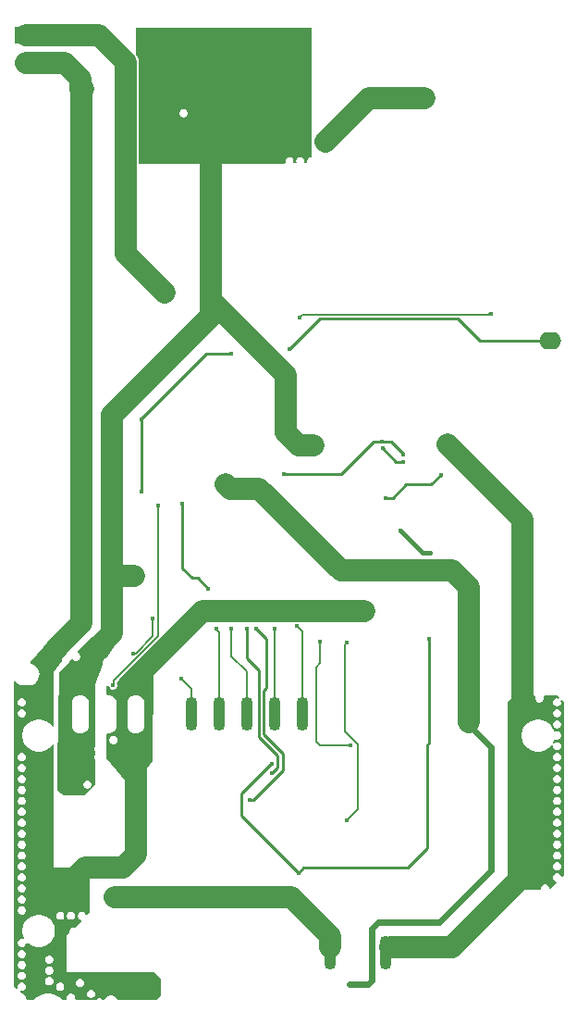
<source format=gbr>
G04*
G04 #@! TF.GenerationSoftware,Altium Limited,Altium Designer,22.4.2 (48)*
G04*
G04 Layer_Physical_Order=2*
G04 Layer_Color=36540*
%FSLAX25Y25*%
%MOIN*%
G70*
G04*
G04 #@! TF.SameCoordinates,F1429C7B-AB02-4E32-93F6-432C4BA2DB55*
G04*
G04*
G04 #@! TF.FilePolarity,Positive*
G04*
G01*
G75*
%ADD10C,0.00787*%
%ADD13C,0.05000*%
%ADD50C,0.00984*%
%ADD51C,0.07874*%
%ADD53C,0.01575*%
%ADD54C,0.02362*%
G04:AMPARAMS|DCode=58|XSize=43.31mil|YSize=122.05mil|CornerRadius=21.65mil|HoleSize=0mil|Usage=FLASHONLY|Rotation=0.000|XOffset=0mil|YOffset=0mil|HoleType=Round|Shape=RoundedRectangle|*
%AMROUNDEDRECTD58*
21,1,0.04331,0.07874,0,0,0.0*
21,1,0.00000,0.12205,0,0,0.0*
1,1,0.04331,0.00000,-0.03937*
1,1,0.04331,0.00000,-0.03937*
1,1,0.04331,0.00000,0.03937*
1,1,0.04331,0.00000,0.03937*
%
%ADD58ROUNDEDRECTD58*%
%ADD61O,0.07874X0.06299*%
%ADD62R,0.07874X0.06299*%
%ADD65C,0.01772*%
G36*
X108500Y322342D02*
X107974D01*
X107431Y322118D01*
X107016Y321702D01*
X106791Y321160D01*
Y320572D01*
X106821Y320502D01*
X106559Y320109D01*
X106040D01*
X105778Y320502D01*
X105807Y320572D01*
Y321160D01*
X105582Y321702D01*
X105167Y322118D01*
X104624Y322342D01*
X104037D01*
X103494Y322118D01*
X103079Y321702D01*
X102854Y321160D01*
Y320572D01*
X102884Y320502D01*
X102622Y320109D01*
X102103D01*
X101841Y320502D01*
X101870Y320572D01*
Y321160D01*
X101645Y321702D01*
X101230Y322118D01*
X100687Y322342D01*
X100100D01*
X99557Y322118D01*
X99142Y321702D01*
X98917Y321160D01*
Y320572D01*
X98947Y320500D01*
X98613Y320000D01*
X46039D01*
Y356527D01*
X46039Y356528D01*
X45884Y357710D01*
X45427Y358811D01*
X45000Y359368D01*
Y369000D01*
X108500D01*
Y322342D01*
D02*
G37*
G36*
X37200Y145900D02*
X34535Y142010D01*
X34172D01*
X33630Y141786D01*
X33215Y141370D01*
X32990Y140828D01*
Y140240D01*
X33206Y139717D01*
X30500Y132500D01*
Y110344D01*
X30244Y110088D01*
X30020Y109546D01*
Y108958D01*
X30244Y108416D01*
X30500Y108160D01*
Y107391D01*
X30244Y107135D01*
X30020Y106593D01*
Y106006D01*
X30244Y105463D01*
X30500Y105207D01*
Y96500D01*
X26500Y92500D01*
X19000D01*
X16704Y94337D01*
Y103180D01*
X17500Y137000D01*
X19945Y139658D01*
X19995D01*
X20537Y139883D01*
X20953Y140298D01*
X21177Y140841D01*
Y140997D01*
X21761Y141632D01*
X22364Y141548D01*
X22664Y141248D01*
X23206Y141024D01*
X23794D01*
X24336Y141248D01*
X24752Y141664D01*
X24976Y142206D01*
Y142794D01*
X24752Y143336D01*
X24336Y143752D01*
X24287Y143772D01*
X24179Y144260D01*
X29000Y149500D01*
X34500D01*
X37200Y145900D01*
D02*
G37*
G36*
X20000Y143500D02*
X19375Y142597D01*
X18865Y142386D01*
X18449Y141971D01*
X18225Y141428D01*
Y140936D01*
X15500Y137000D01*
Y117214D01*
X15000Y117062D01*
X14544Y117745D01*
X13729Y118560D01*
X12771Y119200D01*
X11706Y119641D01*
X10576Y119866D01*
X9424D01*
X8294Y119641D01*
X7229Y119200D01*
X6271Y118560D01*
X5456Y117745D01*
X4816Y116787D01*
X4375Y115722D01*
X4150Y114592D01*
Y113440D01*
X4375Y112309D01*
X4816Y111245D01*
X5456Y110287D01*
X6271Y109472D01*
X7229Y108832D01*
X8294Y108391D01*
X9424Y108166D01*
X10576D01*
X11706Y108391D01*
X12771Y108832D01*
X13729Y109472D01*
X14544Y110287D01*
X15000Y110969D01*
X15500Y110817D01*
Y66500D01*
X28500D01*
Y50500D01*
X27529Y49529D01*
X26989Y49696D01*
X26842Y50049D01*
X26427Y50464D01*
X25884Y50689D01*
X25297D01*
X24754Y50464D01*
X24339Y50049D01*
X24114Y49506D01*
Y48919D01*
X24339Y48376D01*
X24754Y47961D01*
X25107Y47815D01*
X25274Y47274D01*
X22923Y44923D01*
X22794Y44976D01*
X22206D01*
X21664Y44752D01*
X21248Y44336D01*
X21024Y43794D01*
Y43206D01*
X21077Y43077D01*
X20000Y42000D01*
Y29000D01*
X23888D01*
X24213Y28865D01*
X25000Y28762D01*
X25787Y28865D01*
X26112Y29000D01*
X31477D01*
X33888D01*
X34213Y28865D01*
X35000Y28762D01*
X35787Y28865D01*
X36112Y29000D01*
X43888D01*
X44213Y28865D01*
X45000Y28762D01*
X45787Y28865D01*
X46112Y29000D01*
X51500D01*
X51500Y29000D01*
X54000Y26500D01*
Y20500D01*
X52500Y19000D01*
X38378D01*
X38048Y19571D01*
X37571Y20048D01*
X36988Y20385D01*
X36337Y20559D01*
X35663D01*
X35012Y20385D01*
X34429Y20048D01*
X33952Y19571D01*
X33622Y19000D01*
X32915D01*
X32640Y19275D01*
X32097Y19500D01*
X31510D01*
X30967Y19275D01*
X30692Y19000D01*
X23391D01*
X23130Y19391D01*
Y19979D01*
X22905Y20521D01*
X22490Y20937D01*
X21947Y21161D01*
X21360D01*
X20817Y20937D01*
X20402Y20521D01*
X20177Y19979D01*
Y19391D01*
X19916Y19000D01*
X18554D01*
X18069Y19486D01*
X16865Y20290D01*
X15529Y20843D01*
X14109Y21126D01*
X12662D01*
X11243Y20843D01*
X9906Y20290D01*
X8703Y19486D01*
X8217Y19000D01*
X6000D01*
X5413Y19587D01*
Y19979D01*
X5189Y20521D01*
X4773Y20937D01*
X4231Y21161D01*
X3839D01*
X3220Y21780D01*
X3503Y22204D01*
X3643Y22146D01*
X4231D01*
X4773Y22370D01*
X5189Y22786D01*
X5413Y23328D01*
Y23916D01*
X5189Y24458D01*
X4773Y24874D01*
X4231Y25098D01*
X3643D01*
X3101Y24874D01*
X2685Y24458D01*
X2461Y23916D01*
Y23328D01*
X2519Y23189D01*
X2095Y22905D01*
X1000Y24000D01*
Y50500D01*
Y52000D01*
Y133604D01*
X1500Y133774D01*
X1872Y133289D01*
X2707Y132648D01*
X3680Y132245D01*
X4724Y132108D01*
X6299D01*
X7343Y132245D01*
X8316Y132648D01*
X9152Y133289D01*
X9793Y134125D01*
X10196Y135098D01*
X10333Y136142D01*
X10196Y137186D01*
X9793Y138159D01*
X9152Y138994D01*
X8316Y139635D01*
X7343Y140038D01*
X7145Y140064D01*
X6970Y140533D01*
X14000Y148500D01*
X20000Y143500D01*
D02*
G37*
G36*
X51513Y138348D02*
X51000Y105000D01*
X43743Y95324D01*
X43243Y95314D01*
X34500Y106000D01*
Y114448D01*
X34876Y114778D01*
X35000Y114762D01*
X35787Y114865D01*
X36521Y115169D01*
X37151Y115653D01*
X37634Y116282D01*
X37938Y117016D01*
X38041Y117803D01*
Y125677D01*
X37938Y126464D01*
X37634Y127198D01*
X37151Y127828D01*
X36521Y128311D01*
X35787Y128615D01*
X35000Y128718D01*
X34876Y128702D01*
X34500Y129032D01*
Y131794D01*
X35123Y132051D01*
X35358Y131893D01*
X35583Y131350D01*
X35998Y130935D01*
X36541Y130710D01*
X37128D01*
X37671Y130935D01*
X38086Y131350D01*
X38311Y131893D01*
Y132480D01*
X38185Y132784D01*
X38359Y133343D01*
X38412Y133405D01*
X51100Y138629D01*
X51513Y138348D01*
D02*
G37*
G36*
X197749Y127751D02*
X197465Y127328D01*
X197144Y127461D01*
X196557D01*
X196014Y127236D01*
X195599Y126821D01*
X195374Y126278D01*
Y125691D01*
X195599Y125148D01*
X196014Y124733D01*
X196557Y124508D01*
X197144D01*
X197687Y124733D01*
X198102Y125148D01*
X198327Y125691D01*
Y126278D01*
X198194Y126599D01*
X198617Y126883D01*
X199222Y126278D01*
Y63722D01*
X198789Y63289D01*
X198254Y63461D01*
X198102Y63828D01*
X197687Y64244D01*
X197144Y64468D01*
X196557D01*
X196014Y64244D01*
X195599Y63828D01*
X195374Y63286D01*
Y62699D01*
X195599Y62156D01*
X196014Y61740D01*
X196381Y61588D01*
X196554Y61054D01*
X194476Y58976D01*
X193976Y59184D01*
Y59294D01*
X193752Y59836D01*
X193336Y60252D01*
X192794Y60476D01*
X192206D01*
X191664Y60252D01*
X191248Y59836D01*
X191024Y59294D01*
Y58706D01*
X190886Y58500D01*
X179000D01*
Y62000D01*
Y66500D01*
Y126000D01*
X181500Y128500D01*
X188775D01*
X189109Y128000D01*
X189024Y127794D01*
Y127206D01*
X189248Y126664D01*
X189664Y126248D01*
X190206Y126024D01*
X190794D01*
X191336Y126248D01*
X191752Y126664D01*
X191976Y127206D01*
Y127794D01*
X191891Y128000D01*
X192225Y128500D01*
X197000D01*
X197749Y127751D01*
D02*
G37*
%LPC*%
G36*
X62498Y339665D02*
X61911D01*
X61368Y339441D01*
X60953Y339025D01*
X60728Y338483D01*
Y337895D01*
X60953Y337353D01*
X61368Y336937D01*
X61911Y336713D01*
X62498D01*
X63041Y336937D01*
X63456Y337353D01*
X63681Y337895D01*
Y338483D01*
X63456Y339025D01*
X63041Y339441D01*
X62498Y339665D01*
D02*
G37*
G36*
X25000Y128718D02*
X24213Y128615D01*
X23479Y128311D01*
X22849Y127828D01*
X22366Y127198D01*
X22062Y126464D01*
X21959Y125677D01*
Y117803D01*
X22062Y117016D01*
X22366Y116282D01*
X22849Y115653D01*
X23479Y115169D01*
X24213Y114865D01*
X25000Y114762D01*
X25787Y114865D01*
X26521Y115169D01*
X27151Y115653D01*
X27634Y116282D01*
X27938Y117016D01*
X28041Y117803D01*
Y125677D01*
X27938Y126464D01*
X27634Y127198D01*
X27151Y127828D01*
X26521Y128311D01*
X25787Y128615D01*
X25000Y128718D01*
D02*
G37*
G36*
X27853Y97933D02*
X27265D01*
X26723Y97708D01*
X26307Y97293D01*
X26083Y96750D01*
Y96163D01*
X26307Y95620D01*
X26723Y95205D01*
X27265Y94980D01*
X27853D01*
X28395Y95205D01*
X28811Y95620D01*
X29035Y96163D01*
Y96750D01*
X28811Y97293D01*
X28395Y97708D01*
X27853Y97933D01*
D02*
G37*
G36*
X4231Y127461D02*
X3643D01*
X3101Y127236D01*
X2685Y126821D01*
X2461Y126278D01*
Y125691D01*
X2685Y125148D01*
X3101Y124733D01*
X3643Y124508D01*
X4231D01*
X4773Y124733D01*
X5189Y125148D01*
X5413Y125691D01*
Y126278D01*
X5189Y126821D01*
X4773Y127236D01*
X4231Y127461D01*
D02*
G37*
G36*
Y123524D02*
X3643D01*
X3101Y123299D01*
X2685Y122883D01*
X2461Y122341D01*
Y121754D01*
X2685Y121211D01*
X3101Y120796D01*
X3643Y120571D01*
X4231D01*
X4773Y120796D01*
X5189Y121211D01*
X5413Y121754D01*
Y122341D01*
X5189Y122883D01*
X4773Y123299D01*
X4231Y123524D01*
D02*
G37*
G36*
Y107776D02*
X3643D01*
X3101Y107551D01*
X2685Y107135D01*
X2461Y106593D01*
Y106006D01*
X2685Y105463D01*
X3101Y105048D01*
X3643Y104823D01*
X4231D01*
X4773Y105048D01*
X5189Y105463D01*
X5413Y106006D01*
Y106593D01*
X5189Y107135D01*
X4773Y107551D01*
X4231Y107776D01*
D02*
G37*
G36*
Y103839D02*
X3643D01*
X3101Y103614D01*
X2685Y103199D01*
X2461Y102656D01*
Y102068D01*
X2685Y101526D01*
X3101Y101111D01*
X3643Y100886D01*
X4231D01*
X4773Y101111D01*
X5189Y101526D01*
X5413Y102068D01*
Y102656D01*
X5189Y103199D01*
X4773Y103614D01*
X4231Y103839D01*
D02*
G37*
G36*
Y99902D02*
X3643D01*
X3101Y99677D01*
X2685Y99261D01*
X2461Y98719D01*
Y98132D01*
X2685Y97589D01*
X3101Y97174D01*
X3643Y96949D01*
X4231D01*
X4773Y97174D01*
X5189Y97589D01*
X5413Y98132D01*
Y98719D01*
X5189Y99261D01*
X4773Y99677D01*
X4231Y99902D01*
D02*
G37*
G36*
Y95965D02*
X3643D01*
X3101Y95740D01*
X2685Y95324D01*
X2461Y94782D01*
Y94195D01*
X2685Y93652D01*
X3101Y93237D01*
X3643Y93012D01*
X4231D01*
X4773Y93237D01*
X5189Y93652D01*
X5413Y94195D01*
Y94782D01*
X5189Y95324D01*
X4773Y95740D01*
X4231Y95965D01*
D02*
G37*
G36*
Y92027D02*
X3643D01*
X3101Y91803D01*
X2685Y91387D01*
X2461Y90845D01*
Y90258D01*
X2685Y89715D01*
X3101Y89300D01*
X3643Y89075D01*
X4231D01*
X4773Y89300D01*
X5189Y89715D01*
X5413Y90258D01*
Y90845D01*
X5189Y91387D01*
X4773Y91803D01*
X4231Y92027D01*
D02*
G37*
G36*
Y88090D02*
X3643D01*
X3101Y87866D01*
X2685Y87450D01*
X2461Y86908D01*
Y86321D01*
X2685Y85778D01*
X3101Y85363D01*
X3643Y85138D01*
X4231D01*
X4773Y85363D01*
X5189Y85778D01*
X5413Y86321D01*
Y86908D01*
X5189Y87450D01*
X4773Y87866D01*
X4231Y88090D01*
D02*
G37*
G36*
Y84153D02*
X3643D01*
X3101Y83929D01*
X2685Y83513D01*
X2461Y82971D01*
Y82384D01*
X2685Y81841D01*
X3101Y81426D01*
X3643Y81201D01*
X4231D01*
X4773Y81426D01*
X5189Y81841D01*
X5413Y82384D01*
Y82971D01*
X5189Y83513D01*
X4773Y83929D01*
X4231Y84153D01*
D02*
G37*
G36*
Y80216D02*
X3643D01*
X3101Y79992D01*
X2685Y79576D01*
X2461Y79034D01*
Y78447D01*
X2685Y77904D01*
X3101Y77489D01*
X3643Y77264D01*
X4231D01*
X4773Y77489D01*
X5189Y77904D01*
X5413Y78447D01*
Y79034D01*
X5189Y79576D01*
X4773Y79992D01*
X4231Y80216D01*
D02*
G37*
G36*
Y76279D02*
X3643D01*
X3101Y76055D01*
X2685Y75639D01*
X2461Y75097D01*
Y74510D01*
X2685Y73967D01*
X3101Y73551D01*
X3643Y73327D01*
X4231D01*
X4773Y73551D01*
X5189Y73967D01*
X5413Y74510D01*
Y75097D01*
X5189Y75639D01*
X4773Y76055D01*
X4231Y76279D01*
D02*
G37*
G36*
Y72342D02*
X3643D01*
X3101Y72118D01*
X2685Y71702D01*
X2461Y71160D01*
Y70573D01*
X2685Y70030D01*
X3101Y69614D01*
X3643Y69390D01*
X4231D01*
X4773Y69614D01*
X5189Y70030D01*
X5413Y70573D01*
Y71160D01*
X5189Y71702D01*
X4773Y72118D01*
X4231Y72342D01*
D02*
G37*
G36*
Y68405D02*
X3643D01*
X3101Y68181D01*
X2685Y67765D01*
X2461Y67223D01*
Y66636D01*
X2685Y66093D01*
X3101Y65677D01*
X3643Y65453D01*
X4231D01*
X4773Y65677D01*
X5189Y66093D01*
X5413Y66636D01*
Y67223D01*
X5189Y67765D01*
X4773Y68181D01*
X4231Y68405D01*
D02*
G37*
G36*
Y64468D02*
X3643D01*
X3101Y64244D01*
X2685Y63828D01*
X2461Y63286D01*
Y62699D01*
X2685Y62156D01*
X3101Y61740D01*
X3643Y61516D01*
X4231D01*
X4773Y61740D01*
X5189Y62156D01*
X5413Y62699D01*
Y63286D01*
X5189Y63828D01*
X4773Y64244D01*
X4231Y64468D01*
D02*
G37*
G36*
Y60532D02*
X3643D01*
X3101Y60307D01*
X2685Y59891D01*
X2461Y59349D01*
Y58762D01*
X2685Y58219D01*
X3101Y57803D01*
X3643Y57579D01*
X4231D01*
X4773Y57803D01*
X5189Y58219D01*
X5413Y58762D01*
Y59349D01*
X5189Y59891D01*
X4773Y60307D01*
X4231Y60532D01*
D02*
G37*
G36*
X21000Y59990D02*
Y57000D01*
X23990D01*
X23762Y57851D01*
X23301Y58649D01*
X22649Y59301D01*
X21851Y59762D01*
X21000Y59990D01*
D02*
G37*
G36*
X20000D02*
X19149Y59762D01*
X18351Y59301D01*
X17699Y58649D01*
X17239Y57851D01*
X17010Y57000D01*
X20000D01*
Y59990D01*
D02*
G37*
G36*
X4231Y56595D02*
X3643D01*
X3101Y56370D01*
X2685Y55954D01*
X2461Y55412D01*
Y54824D01*
X2685Y54282D01*
X3101Y53866D01*
X3643Y53642D01*
X4231D01*
X4773Y53866D01*
X5189Y54282D01*
X5413Y54824D01*
Y55412D01*
X5189Y55954D01*
X4773Y56370D01*
X4231Y56595D01*
D02*
G37*
G36*
X23990Y56000D02*
X21000D01*
Y53010D01*
X21851Y53238D01*
X22649Y53699D01*
X23301Y54351D01*
X23762Y55149D01*
X23990Y56000D01*
D02*
G37*
G36*
X20000D02*
X17010D01*
X17239Y55149D01*
X17699Y54351D01*
X18351Y53699D01*
X19149Y53238D01*
X20000Y53010D01*
Y56000D01*
D02*
G37*
G36*
X4231Y52658D02*
X3643D01*
X3101Y52433D01*
X2685Y52017D01*
X2461Y51475D01*
Y50887D01*
X2685Y50345D01*
X3101Y49929D01*
X3643Y49705D01*
X4231D01*
X4773Y49929D01*
X5189Y50345D01*
X5413Y50887D01*
Y50887D01*
Y51475D01*
X5189Y52017D01*
X4773Y52433D01*
X4231Y52658D01*
D02*
G37*
G36*
X21947Y50689D02*
X21360D01*
X20817Y50464D01*
X20402Y50049D01*
X20177Y49506D01*
Y48919D01*
X20402Y48376D01*
X20817Y47961D01*
X21360Y47736D01*
X21947D01*
X22490Y47961D01*
X22905Y48376D01*
X23130Y48919D01*
Y49506D01*
X22905Y50049D01*
X22490Y50464D01*
X21947Y50689D01*
D02*
G37*
G36*
X18010D02*
X17423D01*
X16880Y50464D01*
X16465Y50049D01*
X16240Y49506D01*
Y48919D01*
X16465Y48376D01*
X16880Y47961D01*
X17423Y47736D01*
X18010D01*
X18553Y47961D01*
X18968Y48376D01*
X19193Y48919D01*
Y49506D01*
X18968Y50049D01*
X18553Y50464D01*
X18010Y50689D01*
D02*
G37*
G36*
X10576Y49590D02*
X9424D01*
X8294Y49365D01*
X7229Y48924D01*
X6271Y48284D01*
X5456Y47469D01*
X4816Y46511D01*
X4375Y45447D01*
X4150Y44316D01*
Y43164D01*
X4375Y42034D01*
X4728Y41182D01*
X4345Y40799D01*
X4231Y40846D01*
X3643D01*
X3101Y40622D01*
X2685Y40206D01*
X2461Y39664D01*
Y39076D01*
X2685Y38534D01*
X3101Y38118D01*
X3643Y37894D01*
X4231D01*
X4773Y38118D01*
X5189Y38534D01*
X5413Y39076D01*
Y39347D01*
X5913Y39554D01*
X6271Y39196D01*
X7229Y38556D01*
X8294Y38115D01*
X9424Y37890D01*
X10576D01*
X11706Y38115D01*
X12771Y38556D01*
X13729Y39196D01*
X14544Y40011D01*
X15184Y40969D01*
X15625Y42034D01*
X15850Y43164D01*
Y44316D01*
X15625Y45447D01*
X15184Y46511D01*
X14544Y47469D01*
X13729Y48284D01*
X12771Y48924D01*
X11706Y49365D01*
X10576Y49590D01*
D02*
G37*
G36*
X4231Y36909D02*
X3643D01*
X3101Y36685D01*
X2685Y36269D01*
X2461Y35727D01*
Y35139D01*
X2685Y34597D01*
X3101Y34181D01*
X3643Y33957D01*
X4231D01*
X4773Y34181D01*
X5189Y34597D01*
X5413Y35139D01*
Y35727D01*
X5189Y36269D01*
X4773Y36685D01*
X4231Y36909D01*
D02*
G37*
G36*
X14073Y34941D02*
X13486D01*
X12943Y34716D01*
X12528Y34301D01*
X12303Y33758D01*
Y33171D01*
X12528Y32628D01*
X12943Y32213D01*
X13486Y31988D01*
X14073D01*
X14616Y32213D01*
X15031Y32628D01*
X15256Y33171D01*
Y33758D01*
X15031Y34301D01*
X14616Y34716D01*
X14073Y34941D01*
D02*
G37*
G36*
X4231Y32972D02*
X3643D01*
X3101Y32748D01*
X2685Y32332D01*
X2461Y31790D01*
Y31202D01*
X2685Y30660D01*
X3101Y30244D01*
X3643Y30020D01*
X4231D01*
X4773Y30244D01*
X5189Y30660D01*
X5413Y31202D01*
Y31790D01*
X5189Y32332D01*
X4773Y32748D01*
X4231Y32972D01*
D02*
G37*
G36*
X14073Y31004D02*
X13486D01*
X12943Y30779D01*
X12528Y30364D01*
X12303Y29821D01*
Y29234D01*
X12528Y28691D01*
X12943Y28276D01*
X13486Y28051D01*
X14073D01*
X14616Y28276D01*
X15031Y28691D01*
X15256Y29234D01*
Y29821D01*
X15031Y30364D01*
X14616Y30779D01*
X14073Y31004D01*
D02*
G37*
G36*
X4231Y29035D02*
X3643D01*
X3101Y28811D01*
X2685Y28395D01*
X2461Y27853D01*
Y27265D01*
X2685Y26723D01*
X3101Y26307D01*
X3643Y26083D01*
X4231D01*
X4773Y26307D01*
X5189Y26723D01*
X5413Y27265D01*
Y27853D01*
X5189Y28395D01*
X4773Y28811D01*
X4231Y29035D01*
D02*
G37*
G36*
X14073Y27067D02*
X13486D01*
X12943Y26842D01*
X12528Y26427D01*
X12303Y25884D01*
Y25297D01*
X12528Y24754D01*
X12943Y24339D01*
X13486Y24114D01*
X14073D01*
X14616Y24339D01*
X15031Y24754D01*
X15256Y25297D01*
Y25884D01*
X15031Y26427D01*
X14616Y26842D01*
X14073Y27067D01*
D02*
G37*
G36*
X25207Y26390D02*
X24620D01*
X24077Y26165D01*
X23662Y25750D01*
X23437Y25207D01*
Y24620D01*
X23662Y24077D01*
X24077Y23662D01*
X24620Y23437D01*
X25207D01*
X25750Y23662D01*
X26165Y24077D01*
X26390Y24620D01*
Y25207D01*
X26165Y25750D01*
X25750Y26165D01*
X25207Y26390D01*
D02*
G37*
G36*
X18010Y25098D02*
X17423D01*
X16880Y24874D01*
X16465Y24458D01*
X16240Y23916D01*
Y23328D01*
X16465Y22786D01*
X16880Y22370D01*
X17423Y22146D01*
X18010D01*
X18553Y22370D01*
X18968Y22786D01*
X19193Y23328D01*
Y23916D01*
X18968Y24458D01*
X18553Y24874D01*
X18010Y25098D01*
D02*
G37*
G36*
X29144Y22453D02*
X28557D01*
X28014Y22228D01*
X27599Y21813D01*
X27374Y21270D01*
Y20683D01*
X27599Y20140D01*
X28014Y19725D01*
X28557Y19500D01*
X29144D01*
X29687Y19725D01*
X30102Y20140D01*
X30327Y20683D01*
Y21270D01*
X30102Y21813D01*
X29687Y22228D01*
X29144Y22453D01*
D02*
G37*
G36*
X45000Y128718D02*
X44213Y128615D01*
X43479Y128311D01*
X42849Y127828D01*
X42366Y127198D01*
X42062Y126464D01*
X41959Y125677D01*
Y117803D01*
X42062Y117016D01*
X42366Y116282D01*
X42849Y115653D01*
X43479Y115169D01*
X44213Y114865D01*
X45000Y114762D01*
X45787Y114865D01*
X46521Y115169D01*
X47151Y115653D01*
X47634Y116282D01*
X47938Y117016D01*
X48041Y117803D01*
Y125677D01*
X47938Y126464D01*
X47634Y127198D01*
X47151Y127828D01*
X46521Y128311D01*
X45787Y128615D01*
X45000Y128718D01*
D02*
G37*
G36*
X37294Y113976D02*
X36706D01*
X36164Y113752D01*
X35748Y113336D01*
X35524Y112794D01*
Y112206D01*
X35748Y111664D01*
X36164Y111248D01*
X36706Y111024D01*
X37294D01*
X37836Y111248D01*
X38252Y111664D01*
X38476Y112206D01*
Y112794D01*
X38252Y113336D01*
X37836Y113752D01*
X37294Y113976D01*
D02*
G37*
G36*
X197144Y123524D02*
X196557D01*
X196014Y123299D01*
X195599Y122883D01*
X195374Y122341D01*
Y121754D01*
X195599Y121211D01*
X196014Y120796D01*
X196557Y120571D01*
X197144D01*
X197687Y120796D01*
X198102Y121211D01*
X198327Y121754D01*
Y122341D01*
X198102Y122883D01*
X197687Y123299D01*
X197144Y123524D01*
D02*
G37*
G36*
Y119587D02*
X196557D01*
X196014Y119362D01*
X195599Y118947D01*
X195374Y118404D01*
Y117817D01*
X195599Y117274D01*
X196014Y116859D01*
X196557Y116634D01*
X197144D01*
X197687Y116859D01*
X198102Y117274D01*
X198327Y117817D01*
Y118404D01*
X198102Y118947D01*
X197687Y119362D01*
X197144Y119587D01*
D02*
G37*
G36*
X190576Y119866D02*
X189424D01*
X188294Y119641D01*
X187229Y119200D01*
X186271Y118560D01*
X185456Y117745D01*
X184816Y116787D01*
X184375Y115722D01*
X184150Y114592D01*
Y113440D01*
X184375Y112309D01*
X184816Y111245D01*
X185456Y110287D01*
X186271Y109472D01*
X187229Y108832D01*
X188294Y108391D01*
X189424Y108166D01*
X190576D01*
X191706Y108391D01*
X192771Y108832D01*
X193729Y109472D01*
X194544Y110287D01*
X195027Y111010D01*
X195039Y111027D01*
X195482Y110790D01*
X195462Y110742D01*
X195374Y110530D01*
Y109943D01*
X195599Y109400D01*
X196014Y108985D01*
X196557Y108760D01*
X197144D01*
X197687Y108985D01*
X198102Y109400D01*
X198327Y109943D01*
Y110530D01*
X198102Y111073D01*
X197687Y111488D01*
X197144Y111713D01*
X196557D01*
X196014Y111488D01*
X195736Y111209D01*
X195693Y111167D01*
X195269Y111450D01*
X195276Y111467D01*
X195625Y112309D01*
X195683Y112600D01*
X196238Y112829D01*
X196557Y112697D01*
X197144D01*
X197687Y112922D01*
X198102Y113337D01*
X198327Y113880D01*
Y114467D01*
X198102Y115009D01*
X197687Y115425D01*
X197144Y115650D01*
X196557D01*
X196180Y115494D01*
X195631Y115695D01*
X195625Y115722D01*
X195184Y116787D01*
X194544Y117745D01*
X193729Y118560D01*
X192771Y119200D01*
X191706Y119641D01*
X190576Y119866D01*
D02*
G37*
G36*
X197144Y107776D02*
X196557D01*
X196014Y107551D01*
X195599Y107135D01*
X195374Y106593D01*
Y106006D01*
X195599Y105463D01*
X196014Y105048D01*
X196557Y104823D01*
X197144D01*
X197687Y105048D01*
X198102Y105463D01*
X198327Y106006D01*
Y106593D01*
X198102Y107135D01*
X197687Y107551D01*
X197144Y107776D01*
D02*
G37*
G36*
Y103839D02*
X196557D01*
X196014Y103614D01*
X195599Y103199D01*
X195374Y102656D01*
Y102068D01*
X195599Y101526D01*
X196014Y101111D01*
X196557Y100886D01*
X197144D01*
X197687Y101111D01*
X198102Y101526D01*
X198327Y102068D01*
Y102656D01*
X198102Y103199D01*
X197687Y103614D01*
X197144Y103839D01*
D02*
G37*
G36*
Y99902D02*
X196557D01*
X196014Y99677D01*
X195599Y99261D01*
X195374Y98719D01*
Y98132D01*
X195599Y97589D01*
X196014Y97174D01*
X196557Y96949D01*
X197144D01*
X197687Y97174D01*
X198102Y97589D01*
X198327Y98132D01*
Y98719D01*
X198102Y99261D01*
X197687Y99677D01*
X197144Y99902D01*
D02*
G37*
G36*
Y95965D02*
X196557D01*
X196014Y95740D01*
X195599Y95324D01*
X195374Y94782D01*
Y94195D01*
X195599Y93652D01*
X196014Y93237D01*
X196557Y93012D01*
X197144D01*
X197687Y93237D01*
X198102Y93652D01*
X198327Y94195D01*
Y94782D01*
X198102Y95324D01*
X197687Y95740D01*
X197144Y95965D01*
D02*
G37*
G36*
Y92027D02*
X196557D01*
X196014Y91803D01*
X195599Y91387D01*
X195374Y90845D01*
Y90258D01*
X195599Y89715D01*
X196014Y89300D01*
X196557Y89075D01*
X197144D01*
X197687Y89300D01*
X198102Y89715D01*
X198327Y90258D01*
Y90845D01*
X198102Y91387D01*
X197687Y91803D01*
X197144Y92027D01*
D02*
G37*
G36*
Y88090D02*
X196557D01*
X196014Y87866D01*
X195599Y87450D01*
X195374Y86908D01*
Y86321D01*
X195599Y85778D01*
X196014Y85363D01*
X196557Y85138D01*
X197144D01*
X197687Y85363D01*
X198102Y85778D01*
X198327Y86321D01*
Y86908D01*
X198102Y87450D01*
X197687Y87866D01*
X197144Y88090D01*
D02*
G37*
G36*
Y84153D02*
X196557D01*
X196014Y83929D01*
X195599Y83513D01*
X195374Y82971D01*
Y82384D01*
X195599Y81841D01*
X196014Y81426D01*
X196557Y81201D01*
X197144D01*
X197687Y81426D01*
X198102Y81841D01*
X198327Y82384D01*
Y82971D01*
X198102Y83513D01*
X197687Y83929D01*
X197144Y84153D01*
D02*
G37*
G36*
Y80216D02*
X196557D01*
X196014Y79992D01*
X195599Y79576D01*
X195374Y79034D01*
Y78447D01*
X195599Y77904D01*
X196014Y77489D01*
X196557Y77264D01*
X197144D01*
X197687Y77489D01*
X198102Y77904D01*
X198327Y78447D01*
Y79034D01*
X198102Y79576D01*
X197687Y79992D01*
X197144Y80216D01*
D02*
G37*
G36*
Y76279D02*
X196557D01*
X196014Y76055D01*
X195599Y75639D01*
X195374Y75097D01*
Y74510D01*
X195599Y73967D01*
X196014Y73551D01*
X196557Y73327D01*
X197144D01*
X197687Y73551D01*
X198102Y73967D01*
X198327Y74510D01*
Y75097D01*
X198102Y75639D01*
X197687Y76055D01*
X197144Y76279D01*
D02*
G37*
G36*
Y72342D02*
X196557D01*
X196014Y72118D01*
X195599Y71702D01*
X195374Y71160D01*
Y70573D01*
X195599Y70030D01*
X196014Y69614D01*
X196557Y69390D01*
X197144D01*
X197687Y69614D01*
X198102Y70030D01*
X198327Y70573D01*
Y71160D01*
X198102Y71702D01*
X197687Y72118D01*
X197144Y72342D01*
D02*
G37*
G36*
Y68405D02*
X196557D01*
X196014Y68181D01*
X195599Y67765D01*
X195374Y67223D01*
Y66636D01*
X195599Y66093D01*
X196014Y65677D01*
X196557Y65453D01*
X197144D01*
X197687Y65677D01*
X198102Y66093D01*
X198327Y66636D01*
Y67223D01*
X198102Y67765D01*
X197687Y68181D01*
X197144Y68405D01*
D02*
G37*
%LPD*%
D10*
X105150Y265650D02*
X172047D01*
X104000Y264500D02*
X105150Y265650D01*
X172192Y265795D02*
X172812D01*
X173000Y265983D01*
X172047Y265650D02*
X172192Y265795D01*
X125000Y87598D02*
Y111000D01*
X121002Y83600D02*
X125000Y87598D01*
X44188Y143688D02*
X44921D01*
X44000Y143500D02*
X44188Y143688D01*
X44921D02*
X51130Y149898D01*
Y156285D01*
X37023Y133842D02*
X53000Y149819D01*
X51114Y156302D02*
X51130Y156285D01*
X53000Y149819D02*
Y197000D01*
X120516Y146749D02*
X121000Y147234D01*
Y147500D01*
X74000Y152237D02*
Y152503D01*
Y152237D02*
X75000Y151237D01*
X79500Y142567D02*
Y152587D01*
X75000Y118740D02*
Y151237D01*
X95000Y118740D02*
Y152587D01*
X103000Y153500D02*
X105000Y151500D01*
Y118740D02*
Y151500D01*
X36835Y132186D02*
X37023Y132375D01*
Y133842D01*
X111500Y140076D02*
Y148000D01*
X110000Y138576D02*
X111500Y140076D01*
X110000Y112000D02*
X111500Y110500D01*
X79500Y142567D02*
X85000Y137067D01*
Y118740D02*
Y137067D01*
X120516Y126362D02*
Y146749D01*
X65000Y118740D02*
Y131000D01*
X61500Y134500D02*
X65000Y131000D01*
X110000Y112000D02*
Y138576D01*
X120516Y126362D02*
X120516Y126362D01*
X120516Y115484D02*
Y126362D01*
X111500Y110500D02*
X122500D01*
X120516Y115484D02*
X125000Y111000D01*
D13*
X26181Y346972D02*
D03*
X127214Y158786D02*
D03*
X44500Y171500D02*
D03*
X37500Y56000D02*
D03*
X109000Y218500D02*
D03*
X157500Y219000D02*
D03*
X65000Y365028D02*
D03*
X20500Y56500D02*
D03*
X55500Y273500D02*
D03*
X88500Y365028D02*
D03*
X113467Y328033D02*
D03*
X99000Y244000D02*
D03*
X77500Y204500D02*
D03*
X92000Y344000D02*
D03*
X48500Y344500D02*
D03*
X149000Y343500D02*
D03*
X19000Y96000D02*
D03*
Y103000D02*
D03*
D50*
X93847Y104000D02*
X94032D01*
X83000Y93153D02*
X93847Y104000D01*
X87328Y91044D02*
X98000Y101716D01*
Y107500D01*
X86000Y91000D02*
X86044Y91044D01*
X87328D01*
X96000Y102500D02*
Y107000D01*
X94000Y100500D02*
X96000Y102500D01*
X91043Y114457D02*
X98000Y107500D01*
X89468Y113531D02*
X96000Y107000D01*
X89468Y113531D02*
Y137531D01*
X91043Y114457D02*
Y130327D01*
X150020Y73520D02*
Y110680D01*
X150870Y111530D02*
Y148904D01*
X150020Y110680D02*
X150870Y111530D01*
X143000Y66500D02*
X150020Y73520D01*
X47000Y202000D02*
Y228102D01*
X70472Y251575D01*
X79528D01*
X88500Y152500D02*
Y152587D01*
Y152500D02*
X92075Y148925D01*
X135000Y199626D02*
X137626D01*
X142500Y204500D01*
X91043Y130327D02*
X92075Y131359D01*
X85000Y142000D02*
Y152587D01*
X92075Y131359D02*
Y148925D01*
X103678Y64678D02*
X105500Y66500D01*
X143000D01*
X83000Y85355D02*
Y93153D01*
Y85355D02*
X103678Y64678D01*
X65240Y170760D02*
X67240D01*
X61630Y174370D02*
X65240Y170760D01*
X67240D02*
X71000Y167000D01*
X61630Y174370D02*
Y197500D01*
X85000Y142000D02*
X89468Y137531D01*
X141500Y215309D02*
Y215500D01*
X133764Y220000D02*
X133881D01*
X137000D02*
X141500Y215500D01*
X138849Y212651D02*
X141349D01*
X134000Y217500D02*
X138849Y212651D01*
X151500Y204500D02*
X155000Y208000D01*
X142500Y204500D02*
X151500D01*
X133764Y220000D02*
X137000D01*
X130762D02*
X133764D01*
X98229Y208238D02*
X119000D01*
X130762Y220000D01*
X161024Y264173D02*
X169055Y256142D01*
X100394Y253150D02*
X111417Y264173D01*
X161024D01*
X169055Y256142D02*
X194488D01*
D51*
X165000Y118740D02*
Y167500D01*
X136772Y37905D02*
X158905D01*
X185500Y64500D01*
X101000Y56000D02*
X115000Y42000D01*
Y37905D02*
Y42000D01*
X37500Y56000D02*
X101000D01*
X25500Y154500D02*
Y346291D01*
X26181Y346972D01*
X19358Y356142D02*
X25092Y350408D01*
Y346972D02*
Y350408D01*
X129000Y343500D02*
X149000D01*
X127000Y159000D02*
X127214Y158786D01*
X69141Y159000D02*
X127000D01*
X42248Y132107D02*
X69141Y159000D01*
X119000Y173500D02*
X159000D01*
X165000Y167500D01*
X89500Y203000D02*
X119000Y173500D01*
X16500Y145500D02*
X25500Y154500D01*
X37659Y171500D02*
X44500D01*
X36500Y151000D02*
Y171500D01*
Y229500D01*
X40387Y66500D02*
X45000Y71113D01*
Y110332D01*
X26612Y66500D02*
X40387D01*
X31500Y146000D02*
X36500Y151000D01*
Y229500D02*
X72000Y265000D01*
X20500Y60387D02*
X26612Y66500D01*
X20500Y56500D02*
Y60387D01*
X99000Y223113D02*
Y244000D01*
X103612Y218500D02*
X109000D01*
X99000Y223113D02*
X103612Y218500D01*
X157500Y219000D02*
X184500Y192000D01*
Y126000D02*
Y192000D01*
X79000Y203000D02*
X89500D01*
X77500Y204500D02*
X79000Y203000D01*
X41472Y287528D02*
Y356528D01*
Y287528D02*
X55500Y273500D01*
X31858Y366142D02*
X41472Y356528D01*
X113467Y328033D02*
X113533D01*
X129000Y343500D01*
X72000Y271000D02*
Y324000D01*
Y271000D02*
X99000Y244000D01*
X72000Y265000D02*
Y271000D01*
X5512Y356142D02*
X19358D01*
X5512Y366142D02*
X31858D01*
D53*
X140500Y188000D02*
X148500Y180000D01*
X140500Y188000D02*
Y188012D01*
X148500Y180000D02*
X151000D01*
D54*
X130000Y25884D02*
Y44500D01*
X128616Y24500D02*
X130000Y25884D01*
X122000Y24500D02*
X128616D01*
X130000Y44500D02*
X132500Y47000D01*
X154500D02*
X173000Y65500D01*
X132500Y47000D02*
X154500D01*
X173000Y65500D02*
Y109803D01*
X165000Y117803D02*
X173000Y109803D01*
X165000Y117803D02*
Y118740D01*
D58*
Y121740D02*
D03*
X105000D02*
D03*
X95000D02*
D03*
X85000D02*
D03*
X75000D02*
D03*
X65000D02*
D03*
X135000Y35740D02*
D03*
X115000D02*
D03*
D61*
X5512Y356142D02*
D03*
X194488Y256142D02*
D03*
D62*
X5512Y366142D02*
D03*
D65*
X173000Y265983D02*
D03*
X94032Y104000D02*
D03*
X121002Y83600D02*
D03*
X150870Y148904D02*
D03*
X51114Y156302D02*
D03*
X47000Y228000D02*
D03*
X121000Y147500D02*
D03*
X88500Y152587D02*
D03*
X135000Y199626D02*
D03*
X140500Y188012D02*
D03*
X151000Y180000D02*
D03*
X148500D02*
D03*
X74000Y152503D02*
D03*
X85000Y152587D02*
D03*
X79500D02*
D03*
X95000D02*
D03*
X103000Y153500D02*
D03*
X86000Y91000D02*
D03*
X36835Y132186D02*
D03*
X111500Y148000D02*
D03*
X71000Y167000D02*
D03*
X94000Y100500D02*
D03*
X44000Y143500D02*
D03*
X53000Y197000D02*
D03*
X103678Y64678D02*
D03*
X47000Y202000D02*
D03*
X61500Y134500D02*
D03*
X61630Y197500D02*
D03*
X141349Y212651D02*
D03*
X141500Y215300D02*
D03*
X155000Y208000D02*
D03*
X133700Y220000D02*
D03*
X134000Y217500D02*
D03*
X98229Y208238D02*
D03*
X122000Y24500D02*
D03*
X100394Y253150D02*
D03*
X79528Y251575D02*
D03*
X49000Y23957D02*
D03*
X51500Y23000D02*
D03*
X104000Y264500D02*
D03*
X122500Y110500D02*
D03*
M02*

</source>
